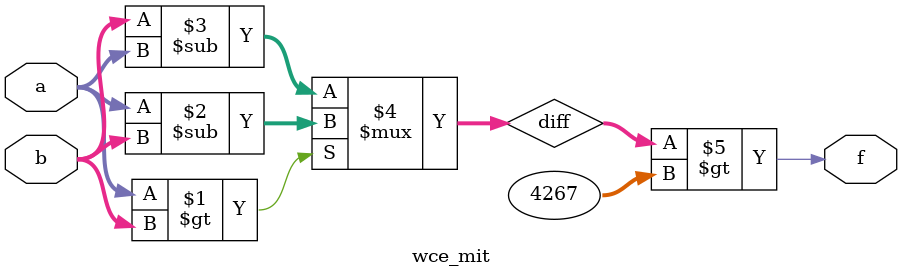
<source format=v>
module wce_mit(a, b, f);
parameter _bit = 33;
parameter wce = 4267;
input [_bit - 1: 0] a;
input [_bit - 1: 0] b;
output f;
wire [_bit - 1: 0] diff;
assign diff = (a > b)? (a - b): (b - a);
assign f = (diff > wce);
endmodule

</source>
